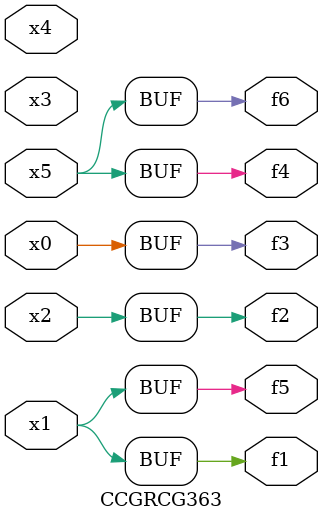
<source format=v>
module CCGRCG363(
	input x0, x1, x2, x3, x4, x5,
	output f1, f2, f3, f4, f5, f6
);
	assign f1 = x1;
	assign f2 = x2;
	assign f3 = x0;
	assign f4 = x5;
	assign f5 = x1;
	assign f6 = x5;
endmodule

</source>
